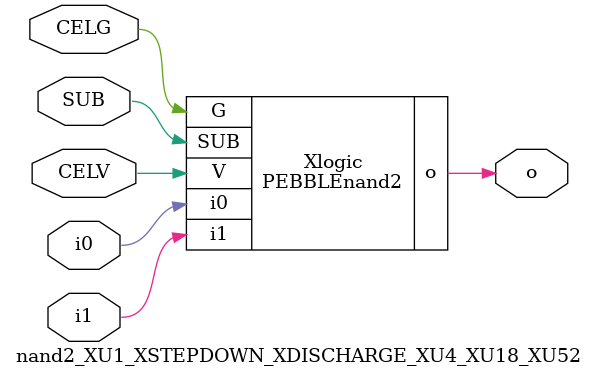
<source format=v>



module PEBBLEnand2 ( o, G, SUB, V, i0, i1 );

  input i0;
  input V;
  input i1;
  input G;
  output o;
  input SUB;
endmodule

//Celera Confidential Do Not Copy nand2_XU1_XSTEPDOWN_XDISCHARGE_XU4_XU18_XU52
//Celera Confidential Symbol Generator
//5V NAND2
module nand2_XU1_XSTEPDOWN_XDISCHARGE_XU4_XU18_XU52 (CELV,CELG,i0,i1,o,SUB);
input CELV;
input CELG;
input i0;
input i1;
input SUB;
output o;

//Celera Confidential Do Not Copy nand2
PEBBLEnand2 Xlogic(
.V (CELV),
.i0 (i0),
.i1 (i1),
.o (o),
.SUB (SUB),
.G (CELG)
);
//,diesize,PEBBLEnand2

//Celera Confidential Do Not Copy Module End
//Celera Schematic Generator
endmodule

</source>
